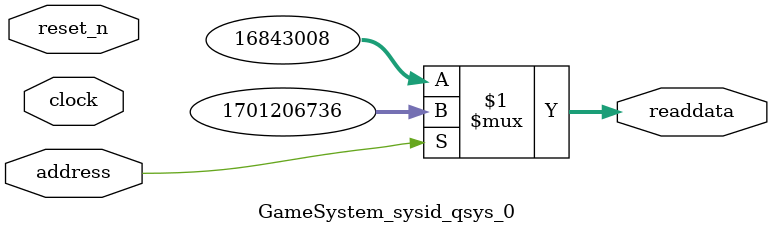
<source format=v>



// synthesis translate_off
`timescale 1ns / 1ps
// synthesis translate_on

// turn off superfluous verilog processor warnings 
// altera message_level Level1 
// altera message_off 10034 10035 10036 10037 10230 10240 10030 

module GameSystem_sysid_qsys_0 (
               // inputs:
                address,
                clock,
                reset_n,

               // outputs:
                readdata
             )
;

  output  [ 31: 0] readdata;
  input            address;
  input            clock;
  input            reset_n;

  wire    [ 31: 0] readdata;
  //control_slave, which is an e_avalon_slave
  assign readdata = address ? 1701206736 : 16843008;

endmodule



</source>
